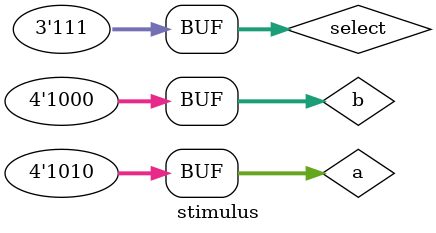
<source format=v>
`timescale 1ns/1ps

module stimulus;
	reg [3:0] a,b;
	reg [2:0] select;
	wire [4:0] out;
	ALU uut(out , select , a , b );
	initial begin
		$dumpfile("output.vcd");
		$dumpvars(0,stimulus);
		a = 4'b1010;
		b = 4'b1000;
		select = 3'b000;
		repeat(7)
			#20 select = select+1;
	end
	initial 
		$monitor($time , "  a = %d , b = %d , out = %d",a,b,out);
endmodule
</source>
